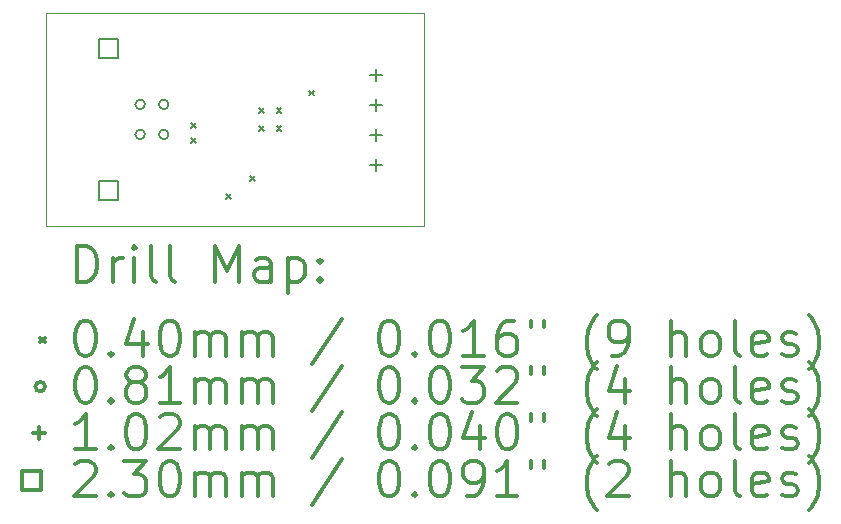
<source format=gbr>
%FSLAX45Y45*%
G04 Gerber Fmt 4.5, Leading zero omitted, Abs format (unit mm)*
G04 Created by KiCad (PCBNEW LL-2015-09-25-git:d09c0a2-llkicadgr) date Fri 25 Sep 2015 11:14:16 PM EEST*
%MOMM*%
G01*
G04 APERTURE LIST*
%ADD10C,0.127000*%
%ADD11C,0.100000*%
%ADD12C,0.200000*%
%ADD13C,0.300000*%
G04 APERTURE END LIST*
D10*
D11*
X12900000Y-11400000D02*
X12900000Y-9600000D01*
X16100000Y-11400000D02*
X12900000Y-11400000D01*
X16100000Y-9600000D02*
X16100000Y-11400000D01*
X12900000Y-9600000D02*
X16100000Y-9600000D01*
D12*
X14130000Y-10530000D02*
X14170000Y-10570000D01*
X14170000Y-10530000D02*
X14130000Y-10570000D01*
X14130000Y-10655000D02*
X14170000Y-10695000D01*
X14170000Y-10655000D02*
X14130000Y-10695000D01*
X14430000Y-11130000D02*
X14470000Y-11170000D01*
X14470000Y-11130000D02*
X14430000Y-11170000D01*
X14630000Y-10980000D02*
X14670000Y-11020000D01*
X14670000Y-10980000D02*
X14630000Y-11020000D01*
X14705000Y-10405000D02*
X14745000Y-10445000D01*
X14745000Y-10405000D02*
X14705000Y-10445000D01*
X14705000Y-10555000D02*
X14745000Y-10595000D01*
X14745000Y-10555000D02*
X14705000Y-10595000D01*
X14855000Y-10405000D02*
X14895000Y-10445000D01*
X14895000Y-10405000D02*
X14855000Y-10445000D01*
X14855000Y-10555000D02*
X14895000Y-10595000D01*
X14895000Y-10555000D02*
X14855000Y-10595000D01*
X15130000Y-10255000D02*
X15170000Y-10295000D01*
X15170000Y-10255000D02*
X15130000Y-10295000D01*
X13740742Y-10371000D02*
G75*
G03X13740742Y-10371000I-40640J0D01*
G01*
X13740742Y-10625000D02*
G75*
G03X13740742Y-10625000I-40640J0D01*
G01*
X13940640Y-10371000D02*
G75*
G03X13940640Y-10371000I-40640J0D01*
G01*
X13940640Y-10625000D02*
G75*
G03X13940640Y-10625000I-40640J0D01*
G01*
X15700000Y-10074200D02*
X15700000Y-10175800D01*
X15649200Y-10125000D02*
X15750800Y-10125000D01*
X15700000Y-10328200D02*
X15700000Y-10429800D01*
X15649200Y-10379000D02*
X15750800Y-10379000D01*
X15700000Y-10582200D02*
X15700000Y-10683800D01*
X15649200Y-10633000D02*
X15750800Y-10633000D01*
X15700000Y-10836200D02*
X15700000Y-10937800D01*
X15649200Y-10887000D02*
X15750800Y-10887000D01*
X13511462Y-9979414D02*
X13511462Y-9816690D01*
X13348738Y-9816690D01*
X13348738Y-9979414D01*
X13511462Y-9979414D01*
X13511462Y-11179310D02*
X13511462Y-11016586D01*
X13348738Y-11016586D01*
X13348738Y-11179310D01*
X13511462Y-11179310D01*
D13*
X13166428Y-11870714D02*
X13166428Y-11570714D01*
X13237857Y-11570714D01*
X13280714Y-11585000D01*
X13309286Y-11613571D01*
X13323571Y-11642143D01*
X13337857Y-11699286D01*
X13337857Y-11742143D01*
X13323571Y-11799286D01*
X13309286Y-11827857D01*
X13280714Y-11856429D01*
X13237857Y-11870714D01*
X13166428Y-11870714D01*
X13466428Y-11870714D02*
X13466428Y-11670714D01*
X13466428Y-11727857D02*
X13480714Y-11699286D01*
X13495000Y-11685000D01*
X13523571Y-11670714D01*
X13552143Y-11670714D01*
X13652143Y-11870714D02*
X13652143Y-11670714D01*
X13652143Y-11570714D02*
X13637857Y-11585000D01*
X13652143Y-11599286D01*
X13666428Y-11585000D01*
X13652143Y-11570714D01*
X13652143Y-11599286D01*
X13837857Y-11870714D02*
X13809286Y-11856429D01*
X13795000Y-11827857D01*
X13795000Y-11570714D01*
X13995000Y-11870714D02*
X13966428Y-11856429D01*
X13952143Y-11827857D01*
X13952143Y-11570714D01*
X14337857Y-11870714D02*
X14337857Y-11570714D01*
X14437857Y-11785000D01*
X14537857Y-11570714D01*
X14537857Y-11870714D01*
X14809286Y-11870714D02*
X14809286Y-11713571D01*
X14795000Y-11685000D01*
X14766428Y-11670714D01*
X14709286Y-11670714D01*
X14680714Y-11685000D01*
X14809286Y-11856429D02*
X14780714Y-11870714D01*
X14709286Y-11870714D01*
X14680714Y-11856429D01*
X14666428Y-11827857D01*
X14666428Y-11799286D01*
X14680714Y-11770714D01*
X14709286Y-11756429D01*
X14780714Y-11756429D01*
X14809286Y-11742143D01*
X14952143Y-11670714D02*
X14952143Y-11970714D01*
X14952143Y-11685000D02*
X14980714Y-11670714D01*
X15037857Y-11670714D01*
X15066428Y-11685000D01*
X15080714Y-11699286D01*
X15095000Y-11727857D01*
X15095000Y-11813571D01*
X15080714Y-11842143D01*
X15066428Y-11856429D01*
X15037857Y-11870714D01*
X14980714Y-11870714D01*
X14952143Y-11856429D01*
X15223571Y-11842143D02*
X15237857Y-11856429D01*
X15223571Y-11870714D01*
X15209286Y-11856429D01*
X15223571Y-11842143D01*
X15223571Y-11870714D01*
X15223571Y-11685000D02*
X15237857Y-11699286D01*
X15223571Y-11713571D01*
X15209286Y-11699286D01*
X15223571Y-11685000D01*
X15223571Y-11713571D01*
X12855000Y-12345000D02*
X12895000Y-12385000D01*
X12895000Y-12345000D02*
X12855000Y-12385000D01*
X13223571Y-12200714D02*
X13252143Y-12200714D01*
X13280714Y-12215000D01*
X13295000Y-12229286D01*
X13309286Y-12257857D01*
X13323571Y-12315000D01*
X13323571Y-12386429D01*
X13309286Y-12443571D01*
X13295000Y-12472143D01*
X13280714Y-12486429D01*
X13252143Y-12500714D01*
X13223571Y-12500714D01*
X13195000Y-12486429D01*
X13180714Y-12472143D01*
X13166428Y-12443571D01*
X13152143Y-12386429D01*
X13152143Y-12315000D01*
X13166428Y-12257857D01*
X13180714Y-12229286D01*
X13195000Y-12215000D01*
X13223571Y-12200714D01*
X13452143Y-12472143D02*
X13466428Y-12486429D01*
X13452143Y-12500714D01*
X13437857Y-12486429D01*
X13452143Y-12472143D01*
X13452143Y-12500714D01*
X13723571Y-12300714D02*
X13723571Y-12500714D01*
X13652143Y-12186429D02*
X13580714Y-12400714D01*
X13766428Y-12400714D01*
X13937857Y-12200714D02*
X13966428Y-12200714D01*
X13995000Y-12215000D01*
X14009286Y-12229286D01*
X14023571Y-12257857D01*
X14037857Y-12315000D01*
X14037857Y-12386429D01*
X14023571Y-12443571D01*
X14009286Y-12472143D01*
X13995000Y-12486429D01*
X13966428Y-12500714D01*
X13937857Y-12500714D01*
X13909286Y-12486429D01*
X13895000Y-12472143D01*
X13880714Y-12443571D01*
X13866428Y-12386429D01*
X13866428Y-12315000D01*
X13880714Y-12257857D01*
X13895000Y-12229286D01*
X13909286Y-12215000D01*
X13937857Y-12200714D01*
X14166428Y-12500714D02*
X14166428Y-12300714D01*
X14166428Y-12329286D02*
X14180714Y-12315000D01*
X14209286Y-12300714D01*
X14252143Y-12300714D01*
X14280714Y-12315000D01*
X14295000Y-12343571D01*
X14295000Y-12500714D01*
X14295000Y-12343571D02*
X14309286Y-12315000D01*
X14337857Y-12300714D01*
X14380714Y-12300714D01*
X14409286Y-12315000D01*
X14423571Y-12343571D01*
X14423571Y-12500714D01*
X14566428Y-12500714D02*
X14566428Y-12300714D01*
X14566428Y-12329286D02*
X14580714Y-12315000D01*
X14609286Y-12300714D01*
X14652143Y-12300714D01*
X14680714Y-12315000D01*
X14695000Y-12343571D01*
X14695000Y-12500714D01*
X14695000Y-12343571D02*
X14709286Y-12315000D01*
X14737857Y-12300714D01*
X14780714Y-12300714D01*
X14809286Y-12315000D01*
X14823571Y-12343571D01*
X14823571Y-12500714D01*
X15409286Y-12186429D02*
X15152143Y-12572143D01*
X15795000Y-12200714D02*
X15823571Y-12200714D01*
X15852143Y-12215000D01*
X15866428Y-12229286D01*
X15880714Y-12257857D01*
X15895000Y-12315000D01*
X15895000Y-12386429D01*
X15880714Y-12443571D01*
X15866428Y-12472143D01*
X15852143Y-12486429D01*
X15823571Y-12500714D01*
X15795000Y-12500714D01*
X15766428Y-12486429D01*
X15752143Y-12472143D01*
X15737857Y-12443571D01*
X15723571Y-12386429D01*
X15723571Y-12315000D01*
X15737857Y-12257857D01*
X15752143Y-12229286D01*
X15766428Y-12215000D01*
X15795000Y-12200714D01*
X16023571Y-12472143D02*
X16037857Y-12486429D01*
X16023571Y-12500714D01*
X16009286Y-12486429D01*
X16023571Y-12472143D01*
X16023571Y-12500714D01*
X16223571Y-12200714D02*
X16252143Y-12200714D01*
X16280714Y-12215000D01*
X16295000Y-12229286D01*
X16309285Y-12257857D01*
X16323571Y-12315000D01*
X16323571Y-12386429D01*
X16309285Y-12443571D01*
X16295000Y-12472143D01*
X16280714Y-12486429D01*
X16252143Y-12500714D01*
X16223571Y-12500714D01*
X16195000Y-12486429D01*
X16180714Y-12472143D01*
X16166428Y-12443571D01*
X16152143Y-12386429D01*
X16152143Y-12315000D01*
X16166428Y-12257857D01*
X16180714Y-12229286D01*
X16195000Y-12215000D01*
X16223571Y-12200714D01*
X16609285Y-12500714D02*
X16437857Y-12500714D01*
X16523571Y-12500714D02*
X16523571Y-12200714D01*
X16495000Y-12243571D01*
X16466428Y-12272143D01*
X16437857Y-12286429D01*
X16866428Y-12200714D02*
X16809286Y-12200714D01*
X16780714Y-12215000D01*
X16766428Y-12229286D01*
X16737857Y-12272143D01*
X16723571Y-12329286D01*
X16723571Y-12443571D01*
X16737857Y-12472143D01*
X16752143Y-12486429D01*
X16780714Y-12500714D01*
X16837857Y-12500714D01*
X16866428Y-12486429D01*
X16880714Y-12472143D01*
X16895000Y-12443571D01*
X16895000Y-12372143D01*
X16880714Y-12343571D01*
X16866428Y-12329286D01*
X16837857Y-12315000D01*
X16780714Y-12315000D01*
X16752143Y-12329286D01*
X16737857Y-12343571D01*
X16723571Y-12372143D01*
X17009286Y-12200714D02*
X17009286Y-12257857D01*
X17123571Y-12200714D02*
X17123571Y-12257857D01*
X17566428Y-12615000D02*
X17552143Y-12600714D01*
X17523571Y-12557857D01*
X17509286Y-12529286D01*
X17495000Y-12486429D01*
X17480714Y-12415000D01*
X17480714Y-12357857D01*
X17495000Y-12286429D01*
X17509286Y-12243571D01*
X17523571Y-12215000D01*
X17552143Y-12172143D01*
X17566428Y-12157857D01*
X17695000Y-12500714D02*
X17752143Y-12500714D01*
X17780714Y-12486429D01*
X17795000Y-12472143D01*
X17823571Y-12429286D01*
X17837857Y-12372143D01*
X17837857Y-12257857D01*
X17823571Y-12229286D01*
X17809286Y-12215000D01*
X17780714Y-12200714D01*
X17723571Y-12200714D01*
X17695000Y-12215000D01*
X17680714Y-12229286D01*
X17666428Y-12257857D01*
X17666428Y-12329286D01*
X17680714Y-12357857D01*
X17695000Y-12372143D01*
X17723571Y-12386429D01*
X17780714Y-12386429D01*
X17809286Y-12372143D01*
X17823571Y-12357857D01*
X17837857Y-12329286D01*
X18195000Y-12500714D02*
X18195000Y-12200714D01*
X18323571Y-12500714D02*
X18323571Y-12343571D01*
X18309286Y-12315000D01*
X18280714Y-12300714D01*
X18237857Y-12300714D01*
X18209286Y-12315000D01*
X18195000Y-12329286D01*
X18509286Y-12500714D02*
X18480714Y-12486429D01*
X18466428Y-12472143D01*
X18452143Y-12443571D01*
X18452143Y-12357857D01*
X18466428Y-12329286D01*
X18480714Y-12315000D01*
X18509286Y-12300714D01*
X18552143Y-12300714D01*
X18580714Y-12315000D01*
X18595000Y-12329286D01*
X18609286Y-12357857D01*
X18609286Y-12443571D01*
X18595000Y-12472143D01*
X18580714Y-12486429D01*
X18552143Y-12500714D01*
X18509286Y-12500714D01*
X18780714Y-12500714D02*
X18752143Y-12486429D01*
X18737857Y-12457857D01*
X18737857Y-12200714D01*
X19009286Y-12486429D02*
X18980714Y-12500714D01*
X18923571Y-12500714D01*
X18895000Y-12486429D01*
X18880714Y-12457857D01*
X18880714Y-12343571D01*
X18895000Y-12315000D01*
X18923571Y-12300714D01*
X18980714Y-12300714D01*
X19009286Y-12315000D01*
X19023571Y-12343571D01*
X19023571Y-12372143D01*
X18880714Y-12400714D01*
X19137857Y-12486429D02*
X19166429Y-12500714D01*
X19223571Y-12500714D01*
X19252143Y-12486429D01*
X19266429Y-12457857D01*
X19266429Y-12443571D01*
X19252143Y-12415000D01*
X19223571Y-12400714D01*
X19180714Y-12400714D01*
X19152143Y-12386429D01*
X19137857Y-12357857D01*
X19137857Y-12343571D01*
X19152143Y-12315000D01*
X19180714Y-12300714D01*
X19223571Y-12300714D01*
X19252143Y-12315000D01*
X19366428Y-12615000D02*
X19380714Y-12600714D01*
X19409286Y-12557857D01*
X19423571Y-12529286D01*
X19437857Y-12486429D01*
X19452143Y-12415000D01*
X19452143Y-12357857D01*
X19437857Y-12286429D01*
X19423571Y-12243571D01*
X19409286Y-12215000D01*
X19380714Y-12172143D01*
X19366428Y-12157857D01*
X12895000Y-12761000D02*
G75*
G03X12895000Y-12761000I-40640J0D01*
G01*
X13223571Y-12596714D02*
X13252143Y-12596714D01*
X13280714Y-12611000D01*
X13295000Y-12625286D01*
X13309286Y-12653857D01*
X13323571Y-12711000D01*
X13323571Y-12782429D01*
X13309286Y-12839571D01*
X13295000Y-12868143D01*
X13280714Y-12882429D01*
X13252143Y-12896714D01*
X13223571Y-12896714D01*
X13195000Y-12882429D01*
X13180714Y-12868143D01*
X13166428Y-12839571D01*
X13152143Y-12782429D01*
X13152143Y-12711000D01*
X13166428Y-12653857D01*
X13180714Y-12625286D01*
X13195000Y-12611000D01*
X13223571Y-12596714D01*
X13452143Y-12868143D02*
X13466428Y-12882429D01*
X13452143Y-12896714D01*
X13437857Y-12882429D01*
X13452143Y-12868143D01*
X13452143Y-12896714D01*
X13637857Y-12725286D02*
X13609286Y-12711000D01*
X13595000Y-12696714D01*
X13580714Y-12668143D01*
X13580714Y-12653857D01*
X13595000Y-12625286D01*
X13609286Y-12611000D01*
X13637857Y-12596714D01*
X13695000Y-12596714D01*
X13723571Y-12611000D01*
X13737857Y-12625286D01*
X13752143Y-12653857D01*
X13752143Y-12668143D01*
X13737857Y-12696714D01*
X13723571Y-12711000D01*
X13695000Y-12725286D01*
X13637857Y-12725286D01*
X13609286Y-12739571D01*
X13595000Y-12753857D01*
X13580714Y-12782429D01*
X13580714Y-12839571D01*
X13595000Y-12868143D01*
X13609286Y-12882429D01*
X13637857Y-12896714D01*
X13695000Y-12896714D01*
X13723571Y-12882429D01*
X13737857Y-12868143D01*
X13752143Y-12839571D01*
X13752143Y-12782429D01*
X13737857Y-12753857D01*
X13723571Y-12739571D01*
X13695000Y-12725286D01*
X14037857Y-12896714D02*
X13866428Y-12896714D01*
X13952143Y-12896714D02*
X13952143Y-12596714D01*
X13923571Y-12639571D01*
X13895000Y-12668143D01*
X13866428Y-12682429D01*
X14166428Y-12896714D02*
X14166428Y-12696714D01*
X14166428Y-12725286D02*
X14180714Y-12711000D01*
X14209286Y-12696714D01*
X14252143Y-12696714D01*
X14280714Y-12711000D01*
X14295000Y-12739571D01*
X14295000Y-12896714D01*
X14295000Y-12739571D02*
X14309286Y-12711000D01*
X14337857Y-12696714D01*
X14380714Y-12696714D01*
X14409286Y-12711000D01*
X14423571Y-12739571D01*
X14423571Y-12896714D01*
X14566428Y-12896714D02*
X14566428Y-12696714D01*
X14566428Y-12725286D02*
X14580714Y-12711000D01*
X14609286Y-12696714D01*
X14652143Y-12696714D01*
X14680714Y-12711000D01*
X14695000Y-12739571D01*
X14695000Y-12896714D01*
X14695000Y-12739571D02*
X14709286Y-12711000D01*
X14737857Y-12696714D01*
X14780714Y-12696714D01*
X14809286Y-12711000D01*
X14823571Y-12739571D01*
X14823571Y-12896714D01*
X15409286Y-12582429D02*
X15152143Y-12968143D01*
X15795000Y-12596714D02*
X15823571Y-12596714D01*
X15852143Y-12611000D01*
X15866428Y-12625286D01*
X15880714Y-12653857D01*
X15895000Y-12711000D01*
X15895000Y-12782429D01*
X15880714Y-12839571D01*
X15866428Y-12868143D01*
X15852143Y-12882429D01*
X15823571Y-12896714D01*
X15795000Y-12896714D01*
X15766428Y-12882429D01*
X15752143Y-12868143D01*
X15737857Y-12839571D01*
X15723571Y-12782429D01*
X15723571Y-12711000D01*
X15737857Y-12653857D01*
X15752143Y-12625286D01*
X15766428Y-12611000D01*
X15795000Y-12596714D01*
X16023571Y-12868143D02*
X16037857Y-12882429D01*
X16023571Y-12896714D01*
X16009286Y-12882429D01*
X16023571Y-12868143D01*
X16023571Y-12896714D01*
X16223571Y-12596714D02*
X16252143Y-12596714D01*
X16280714Y-12611000D01*
X16295000Y-12625286D01*
X16309285Y-12653857D01*
X16323571Y-12711000D01*
X16323571Y-12782429D01*
X16309285Y-12839571D01*
X16295000Y-12868143D01*
X16280714Y-12882429D01*
X16252143Y-12896714D01*
X16223571Y-12896714D01*
X16195000Y-12882429D01*
X16180714Y-12868143D01*
X16166428Y-12839571D01*
X16152143Y-12782429D01*
X16152143Y-12711000D01*
X16166428Y-12653857D01*
X16180714Y-12625286D01*
X16195000Y-12611000D01*
X16223571Y-12596714D01*
X16423571Y-12596714D02*
X16609285Y-12596714D01*
X16509285Y-12711000D01*
X16552143Y-12711000D01*
X16580714Y-12725286D01*
X16595000Y-12739571D01*
X16609285Y-12768143D01*
X16609285Y-12839571D01*
X16595000Y-12868143D01*
X16580714Y-12882429D01*
X16552143Y-12896714D01*
X16466428Y-12896714D01*
X16437857Y-12882429D01*
X16423571Y-12868143D01*
X16723571Y-12625286D02*
X16737857Y-12611000D01*
X16766428Y-12596714D01*
X16837857Y-12596714D01*
X16866428Y-12611000D01*
X16880714Y-12625286D01*
X16895000Y-12653857D01*
X16895000Y-12682429D01*
X16880714Y-12725286D01*
X16709285Y-12896714D01*
X16895000Y-12896714D01*
X17009286Y-12596714D02*
X17009286Y-12653857D01*
X17123571Y-12596714D02*
X17123571Y-12653857D01*
X17566428Y-13011000D02*
X17552143Y-12996714D01*
X17523571Y-12953857D01*
X17509286Y-12925286D01*
X17495000Y-12882429D01*
X17480714Y-12811000D01*
X17480714Y-12753857D01*
X17495000Y-12682429D01*
X17509286Y-12639571D01*
X17523571Y-12611000D01*
X17552143Y-12568143D01*
X17566428Y-12553857D01*
X17809286Y-12696714D02*
X17809286Y-12896714D01*
X17737857Y-12582429D02*
X17666428Y-12796714D01*
X17852143Y-12796714D01*
X18195000Y-12896714D02*
X18195000Y-12596714D01*
X18323571Y-12896714D02*
X18323571Y-12739571D01*
X18309286Y-12711000D01*
X18280714Y-12696714D01*
X18237857Y-12696714D01*
X18209286Y-12711000D01*
X18195000Y-12725286D01*
X18509286Y-12896714D02*
X18480714Y-12882429D01*
X18466428Y-12868143D01*
X18452143Y-12839571D01*
X18452143Y-12753857D01*
X18466428Y-12725286D01*
X18480714Y-12711000D01*
X18509286Y-12696714D01*
X18552143Y-12696714D01*
X18580714Y-12711000D01*
X18595000Y-12725286D01*
X18609286Y-12753857D01*
X18609286Y-12839571D01*
X18595000Y-12868143D01*
X18580714Y-12882429D01*
X18552143Y-12896714D01*
X18509286Y-12896714D01*
X18780714Y-12896714D02*
X18752143Y-12882429D01*
X18737857Y-12853857D01*
X18737857Y-12596714D01*
X19009286Y-12882429D02*
X18980714Y-12896714D01*
X18923571Y-12896714D01*
X18895000Y-12882429D01*
X18880714Y-12853857D01*
X18880714Y-12739571D01*
X18895000Y-12711000D01*
X18923571Y-12696714D01*
X18980714Y-12696714D01*
X19009286Y-12711000D01*
X19023571Y-12739571D01*
X19023571Y-12768143D01*
X18880714Y-12796714D01*
X19137857Y-12882429D02*
X19166429Y-12896714D01*
X19223571Y-12896714D01*
X19252143Y-12882429D01*
X19266429Y-12853857D01*
X19266429Y-12839571D01*
X19252143Y-12811000D01*
X19223571Y-12796714D01*
X19180714Y-12796714D01*
X19152143Y-12782429D01*
X19137857Y-12753857D01*
X19137857Y-12739571D01*
X19152143Y-12711000D01*
X19180714Y-12696714D01*
X19223571Y-12696714D01*
X19252143Y-12711000D01*
X19366428Y-13011000D02*
X19380714Y-12996714D01*
X19409286Y-12953857D01*
X19423571Y-12925286D01*
X19437857Y-12882429D01*
X19452143Y-12811000D01*
X19452143Y-12753857D01*
X19437857Y-12682429D01*
X19423571Y-12639571D01*
X19409286Y-12611000D01*
X19380714Y-12568143D01*
X19366428Y-12553857D01*
X12844200Y-13106200D02*
X12844200Y-13207800D01*
X12793400Y-13157000D02*
X12895000Y-13157000D01*
X13323571Y-13292714D02*
X13152143Y-13292714D01*
X13237857Y-13292714D02*
X13237857Y-12992714D01*
X13209286Y-13035571D01*
X13180714Y-13064143D01*
X13152143Y-13078429D01*
X13452143Y-13264143D02*
X13466428Y-13278429D01*
X13452143Y-13292714D01*
X13437857Y-13278429D01*
X13452143Y-13264143D01*
X13452143Y-13292714D01*
X13652143Y-12992714D02*
X13680714Y-12992714D01*
X13709286Y-13007000D01*
X13723571Y-13021286D01*
X13737857Y-13049857D01*
X13752143Y-13107000D01*
X13752143Y-13178429D01*
X13737857Y-13235571D01*
X13723571Y-13264143D01*
X13709286Y-13278429D01*
X13680714Y-13292714D01*
X13652143Y-13292714D01*
X13623571Y-13278429D01*
X13609286Y-13264143D01*
X13595000Y-13235571D01*
X13580714Y-13178429D01*
X13580714Y-13107000D01*
X13595000Y-13049857D01*
X13609286Y-13021286D01*
X13623571Y-13007000D01*
X13652143Y-12992714D01*
X13866428Y-13021286D02*
X13880714Y-13007000D01*
X13909286Y-12992714D01*
X13980714Y-12992714D01*
X14009286Y-13007000D01*
X14023571Y-13021286D01*
X14037857Y-13049857D01*
X14037857Y-13078429D01*
X14023571Y-13121286D01*
X13852143Y-13292714D01*
X14037857Y-13292714D01*
X14166428Y-13292714D02*
X14166428Y-13092714D01*
X14166428Y-13121286D02*
X14180714Y-13107000D01*
X14209286Y-13092714D01*
X14252143Y-13092714D01*
X14280714Y-13107000D01*
X14295000Y-13135571D01*
X14295000Y-13292714D01*
X14295000Y-13135571D02*
X14309286Y-13107000D01*
X14337857Y-13092714D01*
X14380714Y-13092714D01*
X14409286Y-13107000D01*
X14423571Y-13135571D01*
X14423571Y-13292714D01*
X14566428Y-13292714D02*
X14566428Y-13092714D01*
X14566428Y-13121286D02*
X14580714Y-13107000D01*
X14609286Y-13092714D01*
X14652143Y-13092714D01*
X14680714Y-13107000D01*
X14695000Y-13135571D01*
X14695000Y-13292714D01*
X14695000Y-13135571D02*
X14709286Y-13107000D01*
X14737857Y-13092714D01*
X14780714Y-13092714D01*
X14809286Y-13107000D01*
X14823571Y-13135571D01*
X14823571Y-13292714D01*
X15409286Y-12978429D02*
X15152143Y-13364143D01*
X15795000Y-12992714D02*
X15823571Y-12992714D01*
X15852143Y-13007000D01*
X15866428Y-13021286D01*
X15880714Y-13049857D01*
X15895000Y-13107000D01*
X15895000Y-13178429D01*
X15880714Y-13235571D01*
X15866428Y-13264143D01*
X15852143Y-13278429D01*
X15823571Y-13292714D01*
X15795000Y-13292714D01*
X15766428Y-13278429D01*
X15752143Y-13264143D01*
X15737857Y-13235571D01*
X15723571Y-13178429D01*
X15723571Y-13107000D01*
X15737857Y-13049857D01*
X15752143Y-13021286D01*
X15766428Y-13007000D01*
X15795000Y-12992714D01*
X16023571Y-13264143D02*
X16037857Y-13278429D01*
X16023571Y-13292714D01*
X16009286Y-13278429D01*
X16023571Y-13264143D01*
X16023571Y-13292714D01*
X16223571Y-12992714D02*
X16252143Y-12992714D01*
X16280714Y-13007000D01*
X16295000Y-13021286D01*
X16309285Y-13049857D01*
X16323571Y-13107000D01*
X16323571Y-13178429D01*
X16309285Y-13235571D01*
X16295000Y-13264143D01*
X16280714Y-13278429D01*
X16252143Y-13292714D01*
X16223571Y-13292714D01*
X16195000Y-13278429D01*
X16180714Y-13264143D01*
X16166428Y-13235571D01*
X16152143Y-13178429D01*
X16152143Y-13107000D01*
X16166428Y-13049857D01*
X16180714Y-13021286D01*
X16195000Y-13007000D01*
X16223571Y-12992714D01*
X16580714Y-13092714D02*
X16580714Y-13292714D01*
X16509285Y-12978429D02*
X16437857Y-13192714D01*
X16623571Y-13192714D01*
X16795000Y-12992714D02*
X16823571Y-12992714D01*
X16852143Y-13007000D01*
X16866428Y-13021286D01*
X16880714Y-13049857D01*
X16895000Y-13107000D01*
X16895000Y-13178429D01*
X16880714Y-13235571D01*
X16866428Y-13264143D01*
X16852143Y-13278429D01*
X16823571Y-13292714D01*
X16795000Y-13292714D01*
X16766428Y-13278429D01*
X16752143Y-13264143D01*
X16737857Y-13235571D01*
X16723571Y-13178429D01*
X16723571Y-13107000D01*
X16737857Y-13049857D01*
X16752143Y-13021286D01*
X16766428Y-13007000D01*
X16795000Y-12992714D01*
X17009286Y-12992714D02*
X17009286Y-13049857D01*
X17123571Y-12992714D02*
X17123571Y-13049857D01*
X17566428Y-13407000D02*
X17552143Y-13392714D01*
X17523571Y-13349857D01*
X17509286Y-13321286D01*
X17495000Y-13278429D01*
X17480714Y-13207000D01*
X17480714Y-13149857D01*
X17495000Y-13078429D01*
X17509286Y-13035571D01*
X17523571Y-13007000D01*
X17552143Y-12964143D01*
X17566428Y-12949857D01*
X17809286Y-13092714D02*
X17809286Y-13292714D01*
X17737857Y-12978429D02*
X17666428Y-13192714D01*
X17852143Y-13192714D01*
X18195000Y-13292714D02*
X18195000Y-12992714D01*
X18323571Y-13292714D02*
X18323571Y-13135571D01*
X18309286Y-13107000D01*
X18280714Y-13092714D01*
X18237857Y-13092714D01*
X18209286Y-13107000D01*
X18195000Y-13121286D01*
X18509286Y-13292714D02*
X18480714Y-13278429D01*
X18466428Y-13264143D01*
X18452143Y-13235571D01*
X18452143Y-13149857D01*
X18466428Y-13121286D01*
X18480714Y-13107000D01*
X18509286Y-13092714D01*
X18552143Y-13092714D01*
X18580714Y-13107000D01*
X18595000Y-13121286D01*
X18609286Y-13149857D01*
X18609286Y-13235571D01*
X18595000Y-13264143D01*
X18580714Y-13278429D01*
X18552143Y-13292714D01*
X18509286Y-13292714D01*
X18780714Y-13292714D02*
X18752143Y-13278429D01*
X18737857Y-13249857D01*
X18737857Y-12992714D01*
X19009286Y-13278429D02*
X18980714Y-13292714D01*
X18923571Y-13292714D01*
X18895000Y-13278429D01*
X18880714Y-13249857D01*
X18880714Y-13135571D01*
X18895000Y-13107000D01*
X18923571Y-13092714D01*
X18980714Y-13092714D01*
X19009286Y-13107000D01*
X19023571Y-13135571D01*
X19023571Y-13164143D01*
X18880714Y-13192714D01*
X19137857Y-13278429D02*
X19166429Y-13292714D01*
X19223571Y-13292714D01*
X19252143Y-13278429D01*
X19266429Y-13249857D01*
X19266429Y-13235571D01*
X19252143Y-13207000D01*
X19223571Y-13192714D01*
X19180714Y-13192714D01*
X19152143Y-13178429D01*
X19137857Y-13149857D01*
X19137857Y-13135571D01*
X19152143Y-13107000D01*
X19180714Y-13092714D01*
X19223571Y-13092714D01*
X19252143Y-13107000D01*
X19366428Y-13407000D02*
X19380714Y-13392714D01*
X19409286Y-13349857D01*
X19423571Y-13321286D01*
X19437857Y-13278429D01*
X19452143Y-13207000D01*
X19452143Y-13149857D01*
X19437857Y-13078429D01*
X19423571Y-13035571D01*
X19409286Y-13007000D01*
X19380714Y-12964143D01*
X19366428Y-12949857D01*
X12861300Y-13634362D02*
X12861300Y-13471638D01*
X12698576Y-13471638D01*
X12698576Y-13634362D01*
X12861300Y-13634362D01*
X13152143Y-13417286D02*
X13166428Y-13403000D01*
X13195000Y-13388714D01*
X13266428Y-13388714D01*
X13295000Y-13403000D01*
X13309286Y-13417286D01*
X13323571Y-13445857D01*
X13323571Y-13474429D01*
X13309286Y-13517286D01*
X13137857Y-13688714D01*
X13323571Y-13688714D01*
X13452143Y-13660143D02*
X13466428Y-13674429D01*
X13452143Y-13688714D01*
X13437857Y-13674429D01*
X13452143Y-13660143D01*
X13452143Y-13688714D01*
X13566428Y-13388714D02*
X13752143Y-13388714D01*
X13652143Y-13503000D01*
X13695000Y-13503000D01*
X13723571Y-13517286D01*
X13737857Y-13531571D01*
X13752143Y-13560143D01*
X13752143Y-13631571D01*
X13737857Y-13660143D01*
X13723571Y-13674429D01*
X13695000Y-13688714D01*
X13609286Y-13688714D01*
X13580714Y-13674429D01*
X13566428Y-13660143D01*
X13937857Y-13388714D02*
X13966428Y-13388714D01*
X13995000Y-13403000D01*
X14009286Y-13417286D01*
X14023571Y-13445857D01*
X14037857Y-13503000D01*
X14037857Y-13574429D01*
X14023571Y-13631571D01*
X14009286Y-13660143D01*
X13995000Y-13674429D01*
X13966428Y-13688714D01*
X13937857Y-13688714D01*
X13909286Y-13674429D01*
X13895000Y-13660143D01*
X13880714Y-13631571D01*
X13866428Y-13574429D01*
X13866428Y-13503000D01*
X13880714Y-13445857D01*
X13895000Y-13417286D01*
X13909286Y-13403000D01*
X13937857Y-13388714D01*
X14166428Y-13688714D02*
X14166428Y-13488714D01*
X14166428Y-13517286D02*
X14180714Y-13503000D01*
X14209286Y-13488714D01*
X14252143Y-13488714D01*
X14280714Y-13503000D01*
X14295000Y-13531571D01*
X14295000Y-13688714D01*
X14295000Y-13531571D02*
X14309286Y-13503000D01*
X14337857Y-13488714D01*
X14380714Y-13488714D01*
X14409286Y-13503000D01*
X14423571Y-13531571D01*
X14423571Y-13688714D01*
X14566428Y-13688714D02*
X14566428Y-13488714D01*
X14566428Y-13517286D02*
X14580714Y-13503000D01*
X14609286Y-13488714D01*
X14652143Y-13488714D01*
X14680714Y-13503000D01*
X14695000Y-13531571D01*
X14695000Y-13688714D01*
X14695000Y-13531571D02*
X14709286Y-13503000D01*
X14737857Y-13488714D01*
X14780714Y-13488714D01*
X14809286Y-13503000D01*
X14823571Y-13531571D01*
X14823571Y-13688714D01*
X15409286Y-13374429D02*
X15152143Y-13760143D01*
X15795000Y-13388714D02*
X15823571Y-13388714D01*
X15852143Y-13403000D01*
X15866428Y-13417286D01*
X15880714Y-13445857D01*
X15895000Y-13503000D01*
X15895000Y-13574429D01*
X15880714Y-13631571D01*
X15866428Y-13660143D01*
X15852143Y-13674429D01*
X15823571Y-13688714D01*
X15795000Y-13688714D01*
X15766428Y-13674429D01*
X15752143Y-13660143D01*
X15737857Y-13631571D01*
X15723571Y-13574429D01*
X15723571Y-13503000D01*
X15737857Y-13445857D01*
X15752143Y-13417286D01*
X15766428Y-13403000D01*
X15795000Y-13388714D01*
X16023571Y-13660143D02*
X16037857Y-13674429D01*
X16023571Y-13688714D01*
X16009286Y-13674429D01*
X16023571Y-13660143D01*
X16023571Y-13688714D01*
X16223571Y-13388714D02*
X16252143Y-13388714D01*
X16280714Y-13403000D01*
X16295000Y-13417286D01*
X16309285Y-13445857D01*
X16323571Y-13503000D01*
X16323571Y-13574429D01*
X16309285Y-13631571D01*
X16295000Y-13660143D01*
X16280714Y-13674429D01*
X16252143Y-13688714D01*
X16223571Y-13688714D01*
X16195000Y-13674429D01*
X16180714Y-13660143D01*
X16166428Y-13631571D01*
X16152143Y-13574429D01*
X16152143Y-13503000D01*
X16166428Y-13445857D01*
X16180714Y-13417286D01*
X16195000Y-13403000D01*
X16223571Y-13388714D01*
X16466428Y-13688714D02*
X16523571Y-13688714D01*
X16552143Y-13674429D01*
X16566428Y-13660143D01*
X16595000Y-13617286D01*
X16609285Y-13560143D01*
X16609285Y-13445857D01*
X16595000Y-13417286D01*
X16580714Y-13403000D01*
X16552143Y-13388714D01*
X16495000Y-13388714D01*
X16466428Y-13403000D01*
X16452143Y-13417286D01*
X16437857Y-13445857D01*
X16437857Y-13517286D01*
X16452143Y-13545857D01*
X16466428Y-13560143D01*
X16495000Y-13574429D01*
X16552143Y-13574429D01*
X16580714Y-13560143D01*
X16595000Y-13545857D01*
X16609285Y-13517286D01*
X16895000Y-13688714D02*
X16723571Y-13688714D01*
X16809286Y-13688714D02*
X16809286Y-13388714D01*
X16780714Y-13431571D01*
X16752143Y-13460143D01*
X16723571Y-13474429D01*
X17009286Y-13388714D02*
X17009286Y-13445857D01*
X17123571Y-13388714D02*
X17123571Y-13445857D01*
X17566428Y-13803000D02*
X17552143Y-13788714D01*
X17523571Y-13745857D01*
X17509286Y-13717286D01*
X17495000Y-13674429D01*
X17480714Y-13603000D01*
X17480714Y-13545857D01*
X17495000Y-13474429D01*
X17509286Y-13431571D01*
X17523571Y-13403000D01*
X17552143Y-13360143D01*
X17566428Y-13345857D01*
X17666428Y-13417286D02*
X17680714Y-13403000D01*
X17709286Y-13388714D01*
X17780714Y-13388714D01*
X17809286Y-13403000D01*
X17823571Y-13417286D01*
X17837857Y-13445857D01*
X17837857Y-13474429D01*
X17823571Y-13517286D01*
X17652143Y-13688714D01*
X17837857Y-13688714D01*
X18195000Y-13688714D02*
X18195000Y-13388714D01*
X18323571Y-13688714D02*
X18323571Y-13531571D01*
X18309286Y-13503000D01*
X18280714Y-13488714D01*
X18237857Y-13488714D01*
X18209286Y-13503000D01*
X18195000Y-13517286D01*
X18509286Y-13688714D02*
X18480714Y-13674429D01*
X18466428Y-13660143D01*
X18452143Y-13631571D01*
X18452143Y-13545857D01*
X18466428Y-13517286D01*
X18480714Y-13503000D01*
X18509286Y-13488714D01*
X18552143Y-13488714D01*
X18580714Y-13503000D01*
X18595000Y-13517286D01*
X18609286Y-13545857D01*
X18609286Y-13631571D01*
X18595000Y-13660143D01*
X18580714Y-13674429D01*
X18552143Y-13688714D01*
X18509286Y-13688714D01*
X18780714Y-13688714D02*
X18752143Y-13674429D01*
X18737857Y-13645857D01*
X18737857Y-13388714D01*
X19009286Y-13674429D02*
X18980714Y-13688714D01*
X18923571Y-13688714D01*
X18895000Y-13674429D01*
X18880714Y-13645857D01*
X18880714Y-13531571D01*
X18895000Y-13503000D01*
X18923571Y-13488714D01*
X18980714Y-13488714D01*
X19009286Y-13503000D01*
X19023571Y-13531571D01*
X19023571Y-13560143D01*
X18880714Y-13588714D01*
X19137857Y-13674429D02*
X19166429Y-13688714D01*
X19223571Y-13688714D01*
X19252143Y-13674429D01*
X19266429Y-13645857D01*
X19266429Y-13631571D01*
X19252143Y-13603000D01*
X19223571Y-13588714D01*
X19180714Y-13588714D01*
X19152143Y-13574429D01*
X19137857Y-13545857D01*
X19137857Y-13531571D01*
X19152143Y-13503000D01*
X19180714Y-13488714D01*
X19223571Y-13488714D01*
X19252143Y-13503000D01*
X19366428Y-13803000D02*
X19380714Y-13788714D01*
X19409286Y-13745857D01*
X19423571Y-13717286D01*
X19437857Y-13674429D01*
X19452143Y-13603000D01*
X19452143Y-13545857D01*
X19437857Y-13474429D01*
X19423571Y-13431571D01*
X19409286Y-13403000D01*
X19380714Y-13360143D01*
X19366428Y-13345857D01*
M02*

</source>
